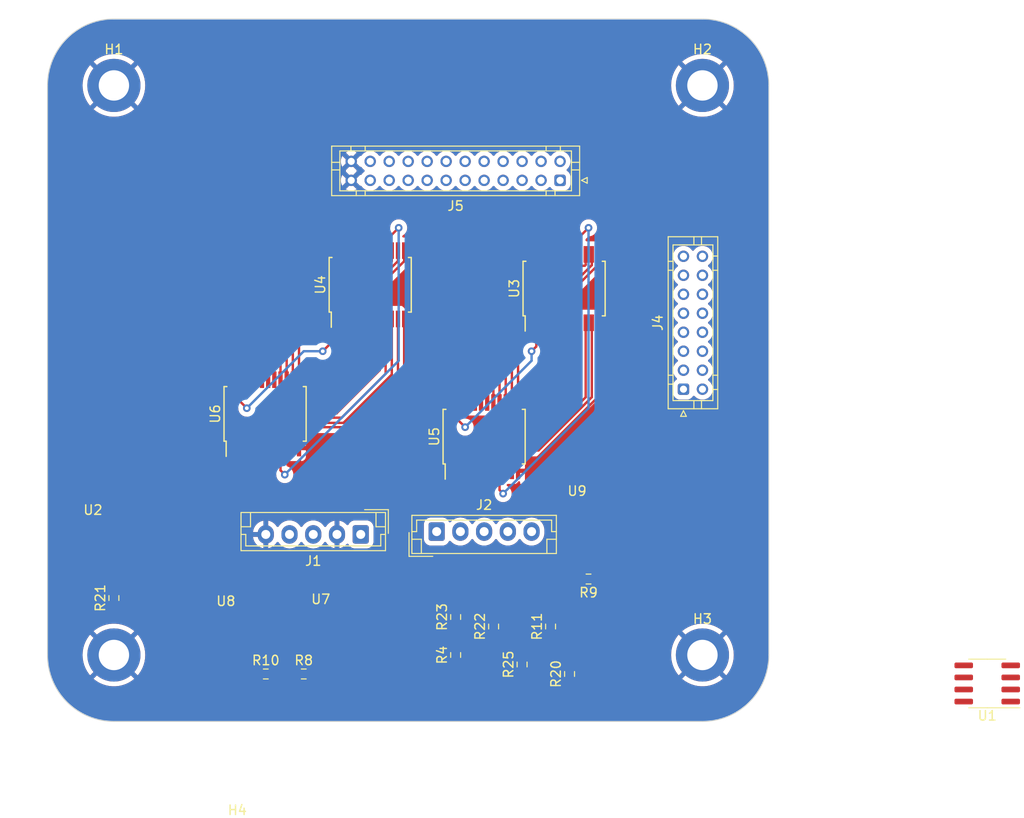
<source format=kicad_pcb>
(kicad_pcb (version 20221018) (generator pcbnew)
  (layers (0 "F.Cu" signal) (31 "B.Cu" signal) (34 "B.Paste" user) (35 "F.Paste" user) (36 "B.SilkS" user "B.Silkscreen") (37 "F.SilkS" user "F.Silkscreen") (38 "B.Mask" user) (39 "F.Mask" user) (44 "Edge.Cuts" user))
  (net 0 "")
  (net 1 "0")
  (net 2 "+5V")
  (net 3 "+12V")
  (net 4 "1-ENTREE")
  (net 5 "AOP0IN+")
  (net 6 "2-ENTREE")
  (net 9 "Net-(J4-Pin_1)")
  (net 10 "Net-(J4-Pin_2)")
  (net 11 "Net-(J4-Pin_3)")
  (net 12 "Net-(J4-Pin_4)")
  (net 13 "Net-(J4-Pin_5)")
  (net 14 "Net-(J4-Pin_6)")
  (net 15 "Net-(J4-Pin_7)")
  (net 16 "Net-(J4-Pin_8)")
  (net 17 "Net-(J4-Pin_9)")
  (net 18 "Net-(J4-Pin_10)")
  (net 19 "Net-(J4-Pin_11)")
  (net 20 "Net-(J4-Pin_12)")
  (net 21 "Net-(J4-Pin_13)")
  (net 22 "Net-(J4-Pin_14)")
  (net 23 "Net-(J4-Pin_15)")
  (net 24 "Net-(J4-Pin_16)")
  (net 26 "A1")
  (net 27 "B1")
  (net 28 "C1")
  (net 29 "D1")
  (net 30 "NE1")
  (net 41 "NE2")
  (net 42 "A2")
  (net 43 "B2")
  (net 44 "C2")
  (net 45 "D2")
  (net 46 "TRIOAOP1")
  (net 47 "Net-(R22-Pad1)")
  (net 48 "Net-(R23-Pad1)")
  (net 49 "Net-(U8A-+)")
  (net 50 "Net-(U7A-+)")
  (net 51 "Net-(U8A--)")
  (net 52 "Net-(U9A-+)")
  (net 53 "Net-(R20-Pad1)")
  (net 54 "Net-(U2A-+)")
  (net 56 "U1C2")
  (net 58 "-5V")
  (net 59 "AOP1")
  (net 60 "AOP2")
  (footprint "Package_SO:SSOP-24_5.3x8.2mm_P0.65mm" (layer "F.Cu") (at 213 87 90)
    (fp_text reference "U5")
    (fp_text value "CD74HC4067SM")
  )
  (footprint "Package_SO:SOIC-8_3.9x4.9mm_P1.27mm" (layer "F.Cu") (at 266 113 180)
    (fp_text reference "U1")
    (fp_text value "REF200AU")
  )
  (footprint "Package_SO:SSOP-24_5.3x8.2mm_P0.65mm" (layer "F.Cu") (at 189.925 84.6 90)
    (fp_text reference "U6")
    (fp_text value "CD74HC4067SM")
  )
  (footprint "Resistor_SMD:R_0603_1608Metric_Pad0.98x0.95mm_HandSolder" (layer "F.Cu") (at 190 112)
    (fp_text reference "R10")
    (fp_text value "10k")
  )
  (footprint "Package_SO:SSOP-24_5.3x8.2mm_P0.65mm" (layer "F.Cu") (at 221.425 71.4 90)
    (fp_text reference "U3")
    (fp_text value "CD74HC4067SM")
  )
  (footprint "CUSTOM:SO14" (layer "F.Cu") (at 201 105.4)
    (fp_text reference "U7")
    (fp_text value "TLC274")
  )
  (footprint "CUSTOM:SO14" (layer "F.Cu") (at 191 105.6)
    (fp_text reference "U8")
    (fp_text value "TLC274")
  )
  (footprint "MountingHole:MountingHole_3.2mm_M3_DIN965_Pad" (layer "F.Cu") (at 174 50)
    (fp_text reference "H1")
    (fp_text value "MountingHole_Pad")
  )
  (footprint "MountingHole:MountingHole_3.2mm_M3_DIN965_Pad" (layer "F.Cu") (at 236 110)
    (fp_text reference "H3")
    (fp_text value "MountingHole_Pad")
  )
  (footprint "Resistor_SMD:R_0603_1608Metric_Pad0.98x0.95mm_HandSolder" (layer "F.Cu") (at 214 107 90)
    (fp_text reference "R22")
    (fp_text value "1M")
  )
  (footprint "CUSTOM:SO14" (layer "F.Cu") (at 177 96)
    (fp_text reference "U2")
    (fp_text value "TLC274")
  )
  (footprint "MountingHole:MountingHole_3.2mm_M3_DIN965_Pad" (layer "F.Cu") (at 174 110)
    (fp_text reference "H4")
    (fp_text value "MountingHole_Pad")
  )
  (footprint "Resistor_SMD:R_0603_1608Metric_Pad0.98x0.95mm_HandSolder" (layer "F.Cu") (at 210 110 90)
    (fp_text reference "R4")
    (fp_text value "1M")
  )
  (footprint "CUSTOM:SO14" (layer "F.Cu") (at 228 94)
    (fp_text reference "U9")
    (fp_text value "TLC274")
  )
  (footprint "MountingHole:MountingHole_3.2mm_M3_DIN965_Pad" (layer "F.Cu") (at 236 50)
    (fp_text reference "H2")
    (fp_text value "MountingHole_Pad")
  )
  (footprint "Resistor_SMD:R_0603_1608Metric_Pad0.98x0.95mm_HandSolder" (layer "F.Cu") (at 224 102 180)
    (fp_text reference "R9")
    (fp_text value "10k")
  )
  (footprint "Resistor_SMD:R_0603_1608Metric_Pad0.98x0.95mm_HandSolder" (layer "F.Cu") (at 194 112)
    (fp_text reference "R8")
    (fp_text value "10k")
  )
  (footprint "Resistor_SMD:R_0603_1608Metric_Pad0.98x0.95mm_HandSolder" (layer "F.Cu") (at 174 104 90)
    (fp_text reference "R21")
    (fp_text value "200k")
  )
  (footprint "Connector_JST:JST_EH_B5B-EH-A_1x05_P2.50mm_Vertical" (layer "F.Cu") (at 208 97)
    (fp_text reference "J2")
    (fp_text value "Conn_01x05")
  )
  (footprint "Connector_JST:JST_PHD_B16B-PHDSS_2x08_P2.00mm_Vertical" (layer "F.Cu") (at 234 82 90)
    (fp_text reference "J4")
    (fp_text value "Conn_02x08_Top_Bottom")
  )
  (footprint "Connector_JST:JST_EH_B5B-EH-A_1x05_P2.50mm_Vertical" (layer "F.Cu") (at 200 97.3 180)
    (fp_text reference "J1")
    (fp_text value "Conn_01x05")
  )
  (footprint "Resistor_SMD:R_0603_1608Metric_Pad0.98x0.95mm_HandSolder" (layer "F.Cu") (at 210 106 90)
    (fp_text reference "R23")
    (fp_text value "1M")
  )
  (footprint "Resistor_SMD:R_0603_1608Metric_Pad0.98x0.95mm_HandSolder" (layer "F.Cu") (at 222 112 90)
    (fp_text reference "R20")
    (fp_text value "1M")
  )
  (footprint "Package_SO:SSOP-24_5.3x8.2mm_P0.65mm" (layer "F.Cu") (at 201 71 90)
    (fp_text reference "U4")
    (fp_text value "CD74HC4067SM")
  )
  (footprint "Resistor_SMD:R_0603_1608Metric_Pad0.98x0.95mm_HandSolder" (layer "F.Cu") (at 220 107 90)
    (fp_text reference "R11")
    (fp_text value "10k")
  )
  (footprint "Connector_JST:JST_PHD_B24B-PHDSS_2x12_P2.00mm_Vertical" (layer "F.Cu") (at 221 60 180)
    (fp_text reference "J5")
    (fp_text value "Conn_02x12_Top_Bottom")
  )
  (footprint "Resistor_SMD:R_0603_1608Metric_Pad0.98x0.95mm_HandSolder" (layer "F.Cu") (at 217 111 90)
    (fp_text reference "R25")
    (fp_text value "200k")
  )
  (gr_line (start 236 117) (end 174 117) (stroke (width 0.1)) (layer "Edge.Cuts"))
  (gr_arc (start 236 43) (mid 240.949747 45.050253) (end 243 50) (stroke (width 0.1)) (layer "Edge.Cuts"))
  (gr_line (start 167 110) (end 167 50) (stroke (width 0.1)) (layer "Edge.Cuts"))
  (gr_arc (start 174 117) (mid 169.050253 114.949747) (end 167 110) (stroke (width 0.1)) (layer "Edge.Cuts"))
  (gr_arc (start 167 50) (mid 169.050253 45.050253) (end 174 43) (stroke (width 0.1)) (layer "Edge.Cuts"))
  (gr_arc (start 243 110) (mid 240.949747 114.949747) (end 236 117) (stroke (width 0.1)) (layer "Edge.Cuts"))
  (gr_line (start 174 43) (end 236 43) (stroke (width 0.1)) (layer "Edge.Cuts"))
  (gr_line (start 243 50) (end 243 110) (stroke (width 0.1)) (layer "Edge.Cuts"))
  (segment (start 225 82.818376) (end 225 75) (width 0.25) (layer "F.Cu") (net 1))
  (segment (start 216.575 90.6) (end 217.218376 90.6) (width 0.25) (layer "F.Cu") (net 1))
  (segment (start 204.575 80.425) (end 204.575 74.6) (width 0.25) (layer "F.Cu") (net 1))
  (segment (start 217.218376 90.6) (end 225 82.818376) (width 0.25) (layer "F.Cu") (net 1))
  (segment (start 196.8 88.2) (end 204.575 80.425) (width 0.25) (layer "F.Cu") (net 1))
  (segment (start 193.5 88.2) (end 196.8 88.2) (width 0.25) (layer "F.Cu") (net 1))
  (segment (start 216.2 67.8) (end 217.85 67.8) (width 0.25) (layer "F.Cu") (net 2))
  (segment (start 209.425 83.4) (end 209.425 74.575) (width 0.25) (layer "F.Cu") (net 2))
  (segment (start 209.425 74.575) (end 216.2 67.8) (width 0.25) (layer "F.Cu") (net 2))
  (segment (start 186.35 76.65) (end 195.6 67.4) (width 0.25) (layer "F.Cu") (net 2))
  (segment (start 186.35 81) (end 186.35 76.65) (width 0.25) (layer "F.Cu") (net 2))
  (segment (start 195.6 67.4) (end 197.425 67.4) (width 0.25) (layer "F.Cu") (net 2))
  (segment (start 204 65) (end 202.625 66.375) (width 0.25) (layer "F.Cu") (net 9))
  (segment (start 224 65) (end 223.05 65.95) (width 0.25) (layer "F.Cu") (net 9))
  (segment (start 191.55 90.55) (end 192 91) (width 0.25) (layer "F.Cu") (net 9))
  (segment (start 214.625 90.6) (end 214.625 92.625) (width 0.25) (layer "F.Cu") (net 9))
  (segment (start 223.05 65.95) (end 223.05 67.8) (width 0.25) (layer "F.Cu") (net 9))
  (segment (start 191.55 88.2) (end 191.55 90.55) (width 0.25) (layer "F.Cu") (net 9))
  (segment (start 202.625 66.375) (end 202.625 67.4) (width 0.25) (layer "F.Cu") (net 9))
  (segment (start 214.625 92.625) (end 215 93) (width 0.25) (layer "F.Cu") (net 9))
  (via (at 224 65) (size 0.8) (drill 0.4) (layers "F.Cu" "B.Cu") (net 9))
  (via (at 215 93) (size 0.8) (drill 0.4) (layers "F.Cu" "B.Cu") (net 9))
  (via (at 192 91) (size 0.8) (drill 0.4) (layers "F.Cu" "B.Cu") (net 9))
  (via (at 204 65) (size 0.8) (drill 0.4) (layers "F.Cu" "B.Cu") (net 9))
  (segment (start 224 84) (end 224 65) (width 0.25) (layer "B.Cu") (net 9))
  (segment (start 192 91) (end 204 79) (width 0.25) (layer "B.Cu") (net 9))
  (segment (start 215 93) (end 224 84) (width 0.25) (layer "B.Cu") (net 9))
  (segment (start 204 79) (end 204 65) (width 0.25) (layer "B.Cu") (net 9))
  (segment (start 218.459188 87.45) (end 223.05 82.859188) (width 0.25) (layer "F.Cu") (net 10))
  (segment (start 223.05 82.859188) (end 223.05 75) (width 0.25) (layer "F.Cu") (net 10))
  (segment (start 190.9 88.2) (end 190.9 87.075) (width 0.25) (layer "F.Cu") (net 10))
  (segment (start 213.975 89.661396) (end 216.186396 87.45) (width 0.25) (layer "F.Cu") (net 10))
  (segment (start 216.186396 87.45) (end 218.459188 87.45) (width 0.25) (layer "F.Cu") (net 10))
  (segment (start 192.975 85) (end 198 85) (width 0.25) (layer "F.Cu") (net 10))
  (segment (start 213.975 90.6) (end 213.975 89.661396) (width 0.25) (layer "F.Cu") (net 10))
  (segment (start 202.625 80.375) (end 202.625 74.6) (width 0.25) (layer "F.Cu") (net 10))
  (segment (start 198 85) (end 202.625 80.375) (width 0.25) (layer "F.Cu") (net 10))
  (segment (start 190.9 87.075) (end 192.975 85) (width 0.25) (layer "F.Cu") (net 10))
  (segment (start 213.325 89.675) (end 216 87) (width 0.25) (layer "F.Cu") (net 11))
  (segment (start 202 80) (end 201.975 79.975) (width 0.25) (layer "F.Cu") (net 11))
  (segment (start 216 87) (end 218.272792 87) (width 0.25) (layer "F.Cu") (net 11))
  (segment (start 190.25 88.2) (end 190.25 87.088604) (width 0.25) (layer "F.Cu") (net 11))
  (segment (start 213.325 90.6) (end 213.325 89.675) (width 0.25) (layer "F.Cu") (net 11))
  (segment (start 190.25 87.088604) (end 192.788604 84.55) (width 0.25) (layer "F.Cu") (net 11))
  (segment (start 201.975 79.975) (end 201.975 74.6) (width 0.25) (layer "F.Cu") (net 11))
  (segment (start 218.272792 87) (end 222.4 82.872792) (width 0.25) (layer "F.Cu") (net 11))
  (segment (start 192.788604 84.55) (end 197.45 84.55) (width 0.25) (layer "F.Cu") (net 11))
  (segment (start 222.4 82.872792) (end 222.4 75) (width 0.25) (layer "F.Cu") (net 11))
  (segment (start 197.45 84.55) (end 202 80) (width 0.25) (layer "F.Cu") (net 11))
  (segment (start 221.55 82) (end 221.75 81.8) (width 0.25) (layer "F.Cu") (net 12))
  (segment (start 215.822792 86.45) (end 218.186396 86.45) (width 0.25) (layer "F.Cu") (net 12))
  (segment (start 197 84) (end 201.425 79.575) (width 0.25) (layer "F.Cu") (net 12))
  (segment (start 218.186396 86.45) (end 221.55 83.086396) (width 0.25) (layer "F.Cu") (net 12))
  (segment (start 189.6 87.075) (end 192.675 84) (width 0.25) (layer "F.Cu") (net 12))
  (segment (start 192.675 84) (end 197 84) (width 0.25) (layer "F.Cu") (net 12))
  (segment (start 201.425 74.7) (end 201.325 74.6) (width 0.25) (layer "F.Cu") (net 12))
  (segment (start 201.425 79.575) (end 201.425 74.7) (width 0.25) (layer "F.Cu") (net 12))
  (segment (start 221.55 83.086396) (end 221.55 82) (width 0.25) (layer "F.Cu") (net 12))
  (segment (start 212.675 89.597792) (end 215.822792 86.45) (width 0.25) (layer "F.Cu") (net 12))
  (segment (start 212.675 90.6) (end 212.675 89.597792) (width 0.25) (layer "F.Cu") (net 12))
  (segment (start 189.6 88.2) (end 189.6 87.075) (width 0.25) (layer "F.Cu") (net 12))
  (segment (start 221.75 81.8) (end 221.75 75) (width 0.25) (layer "F.Cu") (net 12))
  (segment (start 200.775 74.7) (end 200.675 74.6) (width 0.25) (layer "F.Cu") (net 13))
  (segment (start 215.636396 86) (end 218 86) (width 0.25) (layer "F.Cu") (net 13))
  (segment (start 188.95 87.075) (end 192.475 83.55) (width 0.25) (layer "F.Cu") (net 13))
  (segment (start 221.1 82.9) (end 221.1 75) (width 0.25) (layer "F.Cu") (net 13))
  (segment (start 192.475 83.55) (end 196.813604 83.55) (width 0.25) (layer "F.Cu") (net 13))
  (segment (start 196.813604 83.55) (end 200.775 79.588604) (width 0.25) (layer "F.Cu") (net 13))
  (segment (start 188.95 88.2) (end 188.95 87.075) (width 0.25) (layer "F.Cu") (net 13))
  (segment (start 218 86) (end 221.1 82.9) (width 0.25) (layer "F.Cu") (net 13))
  (segment (start 200.775 79.588604) (end 200.775 74.7) (width 0.25) (layer "F.Cu") (net 13))
  (segment (start 212.025 90.6) (end 212.025 89.611396) (width 0.25) (layer "F.Cu") (net 13))
  (segment (start 212.025 89.611396) (end 215.636396 86) (width 0.25) (layer "F.Cu") (net 13))
  (segment (start 211.375 90.6) (end 211.375 89.625) (width 0.25) (layer "F.Cu") (net 14))
  (segment (start 220.45 81.9) (end 220.45 75) (width 0.25) (layer "F.Cu") (net 14))
  (segment (start 196.627208 83.1) (end 200 79.727208) (width 0.25) (layer "F.Cu") (net 14))
  (segment (start 217.454594 85.543198) (end 220.35 82.647792) (width 0.25) (layer "F.Cu") (net 14))
  (segment (start 192.275 83.1) (end 196.627208 83.1) (width 0.25) (layer "F.Cu") (net 14))
  (segment (start 200 74.625) (end 200.025 74.6) (width 0.25) (layer "F.Cu") (net 14))
  (segment (start 215.456802 85.543198) (end 217.454594 85.543198) (width 0.25) (layer "F.Cu") (net 14))
  (segment (start 211.375 89.625) (end 215.456802 85.543198) (width 0.25) (layer "F.Cu") (net 14))
  (segment (start 188.3 88.2) (end 188.3 87.075) (width 0.25) (layer "F.Cu") (net 14))
  (segment (start 200 79.727208) (end 200 74.625) (width 0.25) (layer "F.Cu") (net 14))
  (segment (start 220.35 82) (end 220.45 81.9) (width 0.25) (layer "F.Cu") (net 14))
  (segment (start 220.35 82.647792) (end 220.35 82) (width 0.25) (layer "F.Cu") (net 14))
  (segment (start 188.3 87.075) (end 192.275 83.1) (width 0.25) (layer "F.Cu") (net 14))
  (segment (start 196.35 82.65) (end 199.375 79.625) (width 0.25) (layer "F.Cu") (net 15))
  (segment (start 210.725 89.461396) (end 215.093198 85.093198) (width 0.25) (layer "F.Cu") (net 15))
  (segment (start 187.65 87.088604) (end 192.088604 82.65) (width 0.25) (layer "F.Cu") (net 15))
  (segment (start 217.268198 85.093198) (end 219.9 82.461396) (width 0.25) (layer "F.Cu") (net 15))
  (segment (start 219.9 82.461396) (end 219.9 75) (width 0.25) (layer "F.Cu") (net 15))
  (segment (start 187.65 88.2) (end 187.65 87.088604) (width 0.25) (layer "F.Cu") (net 15))
  (segment (start 219.9 75) (end 219.8 75) (width 0.25) (layer "F.Cu") (net 15))
  (segment (start 192.088604 82.65) (end 196.35 82.65) (width 0.25) (layer "F.Cu") (net 15))
  (segment (start 199.375 79.625) (end 199.375 74.6) (width 0.25) (layer "F.Cu") (net 15))
  (segment (start 210.725 90.6) (end 210.725 89.461396) (width 0.25) (layer "F.Cu") (net 15))
  (segment (start 215.093198 85.093198) (end 217.268198 85.093198) (width 0.25) (layer "F.Cu") (net 15))
  (segment (start 191.875 82.2) (end 196.163604 82.2) (width 0.25) (layer "F.Cu") (net 16))
  (segment (start 218 83.725) (end 218 83) (width 0.25) (layer "F.Cu") (net 16))
  (segment (start 187 87.075) (end 191.875 82.2) (width 0.25) (layer "F.Cu") (net 16))
  (segment (start 219.15 81.85) (end 219.15 75) (width 0.25) (layer "F.Cu") (net 16))
  (segment (start 210.075 90.6) (end 210.075 89.475) (width 0.25) (layer "F.Cu") (net 16))
  (segment (start 198.725 79.638604) (end 198.725 74.6) (width 0.25) (layer "F.Cu") (net 16))
  (segment (start 196.163604 82.2) (end 198.725 79.638604) (width 0.25) (layer "F.Cu") (net 16))
  (segment (start 218 83) (end 219.15 81.85) (width 0.25) (layer "F.Cu") (net 16))
  (segment (start 187 88.2) (end 187 87.075) (width 0.25) (layer "F.Cu") (net 16))
  (segment (start 210.075 89.475) (end 214.95 84.6) (width 0.25) (layer "F.Cu") (net 16))
  (segment (start 217.125 84.6) (end 218 83.725) (width 0.25) (layer "F.Cu") (net 16))
  (segment (start 214.95 84.6) (end 217.125 84.6) (width 0.25) (layer "F.Cu") (net 16))
  (segment (start 198 76) (end 198 74.675) (width 0.25) (layer "F.Cu") (net 17))
  (segment (start 210.075 85.075) (end 211 86) (width 0.25) (layer "F.Cu") (net 17))
  (segment (start 198 74.675) (end 198.075 74.6) (width 0.25) (layer "F.Cu") (net 17))
  (segment (start 196 78) (end 198 76) (width 0.25) (layer "F.Cu") (net 17))
  (segment (start 187 83) (end 188 84) (width 0.25) (layer "F.Cu") (net 17))
  (segment (start 218.5 77.5) (end 218.5 75) (width 0.25) (layer "F.Cu") (net 17))
  (segment (start 210.075 83.4) (end 210.075 85.075) (width 0.25) (layer "F.Cu") (net 17))
  (segment (start 187 81) (end 187 83) (width 0.25) (layer "F.Cu") (net 17))
  (segment (start 218 78) (end 218.5 77.5) (width 0.25) (layer "F.Cu") (net 17))
  (via (at 188 84) (size 0.8) (drill 0.4) (layers "F.Cu" "B.Cu") (net 17))
  (via (at 211 86) (size 0.8) (drill 0.4) (layers "F.Cu" "B.Cu") (net 17))
  (via (at 218 78) (size 0.8) (drill 0.4) (layers "F.Cu" "B.Cu") (net 17))
  (via (at 196 78) (size 0.8) (drill 0.4) (layers "F.Cu" "B.Cu") (net 17))
  (segment (start 218 79) (end 218 78) (width 0.25) (layer "B.Cu") (net 17))
  (segment (start 211 86) (end 218 79) (width 0.25) (layer "B.Cu") (net 17))
  (segment (start 188 84) (end 194 78) (width 0.25) (layer "B.Cu") (net 17))
  (segment (start 194 78) (end 196 78) (width 0.25) (layer "B.Cu") (net 17))
  (segment (start 218.4 69) (end 218.5 68.9) (width 0.25) (layer "F.Cu") (net 18))
  (segment (start 215.818198 69) (end 218.4 69) (width 0.25) (layer "F.Cu") (net 18))
  (segment (start 194.636396 69) (end 197.575 69) (width 0.25) (layer "F.Cu") (net 18))
  (segment (start 187.65 75.986396) (end 194.636396 69) (width 0.25) (layer "F.Cu") (net 18))
  (segment (start 187.65 81) (end 187.65 75.986396) (width 0.25) (layer "F.Cu") (net 18))
  (segment (start 197.575 69) (end 198.075 68.5) (width 0.25) (layer "F.Cu") (net 18))
  (segment (start 198.075 68.5) (end 198.075 67.4) (width 0.25) (layer "F.Cu") (net 18))
  (segment (start 210.725 83.4) (end 210.725 74.093198) (width 0.25) (layer "F.Cu") (net 18))
  (segment (start 218.5 68.9) (end 218.5 67.8) (width 0.25) (layer "F.Cu") (net 18))
  (segment (start 210.725 74.093198) (end 215.818198 69) (width 0.25) (layer "F.Cu") (net 18))
  (segment (start 188.1 79.675) (end 188.1 76.172792) (width 0.25) (layer "F.Cu") (net 19))
  (segment (start 197.8 69.45) (end 198.725 68.525) (width 0.25) (layer "F.Cu") (net 19))
  (segment (start 211.375 74.079594) (end 216.004594 69.45) (width 0.25) (layer "F.Cu") (net 19))
  (segment (start 218.611396 69.45) (end 219.15 68.911396) (width 0.25) (layer "F.Cu") (net 19))
  (segment (start 211.375 83.4) (end 211.375 74.079594) (width 0.25) (layer "F.Cu") (net 19))
  (segment (start 198.725 68.525) (end 198.725 67.4) (width 0.25) (layer "F.Cu") (net 19))
  (segment (start 188.1 76.172792) (end 194.822792 69.45) (width 0.25) (layer "F.Cu") (net 19))
  (segment (start 219.15 68.911396) (end 219.15 67.8) (width 0.25) (layer "F.Cu") (net 19))
  (segment (start 188.3 79.875) (end 188.1 79.675) (width 0.25) (layer "F.Cu") (net 19))
  (segment (start 188.3 81) (end 188.3 79.875) (width 0.25) (layer "F.Cu") (net 19))
  (segment (start 194.822792 69.45) (end 197.8 69.45) (width 0.25) (layer "F.Cu") (net 19))
  (segment (start 216.004594 69.45) (end 218.611396 69.45) (width 0.25) (layer "F.Cu") (net 19))
  (segment (start 195 70) (end 197.9 70) (width 0.25) (layer "F.Cu") (net 20))
  (segment (start 216.19099 69.9) (end 218.797792 69.9) (width 0.25) (layer "F.Cu") (net 20))
  (segment (start 212.025 83.4) (end 212.025 74.06599) (width 0.25) (layer "F.Cu") (net 20))
  (segment (start 212.025 74.06599) (end 216.19099 69.9) (width 0.25) (layer "F.Cu") (net 20))
  (segment (start 188.95 76.05) (end 195 70) (width 0.25) (layer "F.Cu") (net 20))
  (segment (start 188.95 81) (end 188.95 76.05) (width 0.25) (layer "F.Cu") (net 20))
  (segment (start 219.8 68.897792) (end 219.8 67.8) (width 0.25) (layer "F.Cu") (net 20))
  (segment (start 197.9 70) (end 199.375 68.525) (width 0.25) (layer "F.Cu") (net 20))
  (segment (start 218.797792 69.9) (end 219.8 68.897792) (width 0.25) (layer "F.Cu") (net 20))
  (segment (start 199.375 68.525) (end 199.375 67.4) (width 0.25) (layer "F.Cu") (net 20))
  (segment (start 195.55 70.45) (end 198.086396 70.45) (width 0.25) (layer "F.Cu") (net 21))
  (segment (start 200 67.425) (end 200.025 67.4) (width 0.25) (layer "F.Cu") (net 21))
  (segment (start 212.675 74.052386) (end 216.377386 70.35) (width 0.25) (layer "F.Cu") (net 21))
  (segment (start 219 70.35) (end 220.45 68.9) (width 0.25) (layer "F.Cu") (net 21))
  (segment (start 200 68.536396) (end 200 67.425) (width 0.25) (layer "F.Cu") (net 21))
  (segment (start 189.6 76.4) (end 195.55 70.45) (width 0.25) (layer "F.Cu") (net 21))
  (segment (start 216.377386 70.35) (end 219 70.35) (width 0.25) (layer "F.Cu") (net 21))
  (segment (start 220.45 68.9) (end 220.45 67.8) (width 0.25) (layer "F.Cu") (net 21))
  (segment (start 212.675 83.4) (end 212.675 74.052386) (width 0.25) (layer "F.Cu") (net 21))
  (segment (start 189.6 81) (end 189.6 76.4) (width 0.25) (layer "F.Cu") (net 21))
  (segment (start 198.086396 70.45) (end 200 68.536396) (width 0.25) (layer "F.Cu") (net 21))
  (segment (start 219.2 70.8) (end 221.1 68.9) (width 0.25) (layer "F.Cu") (net 22))
  (segment (start 190.25 76.386396) (end 195.636396 71) (width 0.25) (layer "F.Cu") (net 22))
  (segment (start 213.325 74.038782) (end 216.563782 70.8) (width 0.25) (layer "F.Cu") (net 22))
  (segment (start 221.1 68.9) (end 221.1 67.8) (width 0.25) (layer "F.Cu") (net 22))
  (segment (start 213.325 83.4) (end 213.325 74.038782) (width 0.25) (layer "F.Cu") (net 22))
  (segment (start 198.2 71) (end 200.675 68.525) (width 0.25) (layer "F.Cu") (net 22))
  (segment (start 200.675 68.525) (end 200.675 67.4) (width 0.25) (layer "F.Cu") (net 22))
  (segment (start 190.25 81) (end 190.25 76.386396) (width 0.25) (layer "F.Cu") (net 22))
  (segment (start 216.563782 70.8) (end 219.2 70.8) (width 0.25) (layer "F.Cu") (net 22))
  (segment (start 195.636396 71) (end 198.2 71) (width 0.25) (layer "F.Cu") (net 22))
  (segment (start 221.75 68.925) (end 221.75 67.8) (width 0.25) (layer "F.Cu") (net 23))
  (segment (start 190.9 76.372792) (end 195.822792 71.45) (width 0.25) (layer "F.Cu") (net 23))
  (segment (start 213.975 83.4) (end 213.975 74.025) (width 0.25) (layer "F.Cu") (net 23))
  (segment (start 201.325 68.511396) (end 201.325 67.4) (width 0.25) (layer "F.Cu") (net 23))
  (segment (start 216.75 71.25) (end 219.425 71.25) (width 0.25) (layer "F.Cu") (net 23))
  (segment (start 219.425 71.25) (end 221.75 68.925) (width 0.25) (layer "F.Cu") (net 23))
  (segment (start 190.9 81) (end 190.9 76.372792) (width 0.25) (layer "F.Cu") (net 23))
  (segment (start 195.822792 71.45) (end 198.386396 71.45) (width 0.25) (layer "F.Cu") (net 23))
  (segment (start 213.975 74.025) (end 216.75 71.25) (width 0.25) (layer "F.Cu") (net 23))
  (segment (start 198.386396 71.45) (end 201.325 68.511396) (width 0.25) (layer "F.Cu") (net 23))
  (segment (start 198.475 72) (end 201.975 68.5) (width 0.25) (layer "F.Cu") (net 24))
  (segment (start 216.936396 71.7) (end 219.611396 71.7) (width 0.25) (layer "F.Cu") (net 24))
  (segment (start 214.625 83.4) (end 214.625 74.011396) (width 0.25) (layer "F.Cu") (net 24))
  (segment (start 201.975 68.5) (end 201.975 67.4) (width 0.25) (layer "F.Cu") (net 24))
  (segment (start 196 72) (end 198.475 72) (width 0.25) (layer "F.Cu") (net 24))
  (segment (start 214.625 74.011396) (end 216.936396 71.7) (width 0.25) (layer "F.Cu") (net 24))
  (segment (start 191.55 81) (end 191.55 76.45) (width 0.25) (layer "F.Cu") (net 24))
  (segment (start 219.611396 71.7) (end 222.4 68.911396) (width 0.25) (layer "F.Cu") (net 24))
  (segment (start 222.4 68.911396) (end 222.4 67.8) (width 0.25) (layer "F.Cu") (net 24))
  (segment (start 191.55 76.45) (end 196 72) (width 0.25) (layer "F.Cu") (net 24))
  (segment (start 215.275 88.997792) (end 216.372792 87.9) (width 0.25) (layer "F.Cu") (net 26))
  (segment (start 218.645584 87.9) (end 223.7 82.845584) (width 0.25) (layer "F.Cu") (net 26))
  (segment (start 223.7 82.845584) (end 223.7 75) (width 0.25) (layer "F.Cu") (net 26))
  (segment (start 216.372792 87.9) (end 218.645584 87.9) (width 0.25) (layer "F.Cu") (net 26))
  (segment (start 215.275 90.6) (end 215.275 88.997792) (width 0.25) (layer "F.Cu") (net 26))
  (segment (start 224.35 82.83198) (end 224.35 75) (width 0.25) (layer "F.Cu") (net 27))
  (segment (start 215.925 90.6) (end 215.925 88.984188) (width 0.25) (layer "F.Cu") (net 27))
  (segment (start 216.454594 88.454594) (end 218.727386 88.454594) (width 0.25) (layer "F.Cu") (net 27))
  (segment (start 215.925 88.984188) (end 216.454594 88.454594) (width 0.25) (layer "F.Cu") (net 27))
  (segment (start 218.727386 88.454594) (end 224.35 82.83198) (width 0.25) (layer "F.Cu") (net 27))
  (segment (start 224.35 68.925) (end 224.35 67.8) (width 0.25) (layer "F.Cu") (net 28))
  (segment (start 217.4 72.6) (end 219.984188 72.6) (width 0.25) (layer "F.Cu") (net 28))
  (segment (start 215.925 76.925) (end 215.725 76.725) (width 0.25) (layer "F.Cu") (net 28))
  (segment (start 215.725 76.725) (end 215.725 74.275) (width 0.25) (layer "F.Cu") (net 28))
  (segment (start 221.292094 71.292094) (end 221.982906 71.292094) (width 0.25) (layer "F.Cu") (net 28))
  (segment (start 221.982906 71.292094) (end 224.35 68.925) (width 0.25) (layer "F.Cu") (net 28))
  (segment (start 215.725 74.275) (end 217.4 72.6) (width 0.25) (layer "F.Cu") (net 28))
  (segment (start 219.984188 72.6) (end 221.292094 71.292094) (width 0.25) (layer "F.Cu") (net 28))
  (segment (start 215.925 83.4) (end 215.925 76.925) (width 0.25) (layer "F.Cu") (net 28))
  (segment (start 225 68.911396) (end 225 67.8) (width 0.25) (layer "F.Cu") (net 29))
  (segment (start 220.170584 73.05) (end 221.110292 72.110292) (width 0.25) (layer "F.Cu") (net 29))
  (segment (start 218.05 73.05) (end 220.170584 73.05) (width 0.25) (layer "F.Cu") (net 29))
  (segment (start 221.110292 72.110292) (end 221.801104 72.110292) (width 0.25) (layer "F.Cu") (net 29))
  (segment (start 221.801104 72.110292) (end 225 68.911396) (width 0.25) (layer "F.Cu") (net 29))
  (segment (start 216.575 83.4) (end 216.575 74.525) (width 0.25) (layer "F.Cu") (net 29))
  (segment (start 216.575 74.525) (end 218.05 73.05) (width 0.25) (layer "F.Cu") (net 29))
  (segment (start 222 70) (end 223 69) (width 0.25) (layer "F.Cu") (net 30))
  (segment (start 215.275 73.997792) (end 217.122792 72.15) (width 0.25) (layer "F.Cu") (net 30))
  (segment (start 221.947792 70) (end 222 70) (width 0.25) (layer "F.Cu") (net 30))
  (segment (start 223 69) (end 223.6 69) (width 0.25) (layer "F.Cu") (net 30))
  (segment (start 223.7 68.9) (end 223.7 67.8) (width 0.25) (layer "F.Cu") (net 30))
  (segment (start 217.122792 72.15) (end 219.797792 72.15) (width 0.25) (layer "F.Cu") (net 30))
  (segment (start 223.6 69) (end 223.7 68.9) (width 0.25) (layer "F.Cu") (net 30))
  (segment (start 215.275 83.4) (end 215.275 73.997792) (width 0.25) (layer "F.Cu") (net 30))
  (segment (start 219.797792 72.15) (end 221.947792 70) (width 0.25) (layer "F.Cu") (net 30))
  (segment (start 196.186396 72.45) (end 198.661396 72.45) (width 0.25) (layer "F.Cu") (net 41))
  (segment (start 198.661396 72.45) (end 202.055698 69.055698) (width 0.25) (layer "F.Cu") (net 41))
  (segment (start 192.2 81) (end 192.2 76.436396) (width 0.25) (layer "F.Cu") (net 41))
  (segment (start 192.2 76.436396) (end 196.186396 72.45) (width 0.25) (layer "F.Cu") (net 41))
  (segment (start 203.275 68.5) (end 203.275 67.4) (width 0.25) (layer "F.Cu") (net 41))
  (segment (start 202.719302 69.055698) (end 203.275 68.5) (width 0.25) (layer "F.Cu") (net 41))
  (segment (start 202.055698 69.055698) (end 202.719302 69.055698) (width 0.25) (layer "F.Cu") (net 41))
  (segment (start 203.275 80.452208) (end 203.275 74.6) (width 0.25) (layer "F.Cu") (net 42))
  (segment (start 192.2 88.2) (end 192.2 87.075) (width 0.25) (layer "F.Cu") (net 42))
  (segment (start 193.725 85.55) (end 198.177208 85.55) (width 0.25) (layer "F.Cu") (net 42))
  (segment (start 198.177208 85.55) (end 203.275 80.452208) (width 0.25) (layer "F.Cu") (net 42))
  (segment (start 192.2 87.075) (end 193.725 85.55) (width 0.25) (layer "F.Cu") (net 42))
  (segment (start 192.85 87.075) (end 193.925 86) (width 0.25) (layer "F.Cu") (net 43))
  (segment (start 193.925 86) (end 198.363604 86) (width 0.25) (layer "F.Cu") (net 43))
  (segment (start 198.363604 86) (end 203.925 80.438604) (width 0.25) (layer "F.Cu") (net 43))
  (segment (start 192.85 88.2) (end 192.85 87.075) (width 0.25) (layer "F.Cu") (net 43))
  (segment (start 203.925 80.438604) (end 203.925 74.6) (width 0.25) (layer "F.Cu") (net 43))
  (segment (start 192.85 81) (end 192.85 76.422792) (width 0.25) (layer "F.Cu") (net 44))
  (segment (start 202.551104 69.873896) (end 203.925 68.5) (width 0.25) (layer "F.Cu") (net 44))
  (segment (start 201.873896 69.873896) (end 202.551104 69.873896) (width 0.25) (layer "F.Cu") (net 44))
  (segment (start 198.847792 72.9) (end 201.873896 69.873896) (width 0.25) (layer "F.Cu") (net 44))
  (segment (start 203.925 68.5) (end 203.925 67.4) (width 0.25) (layer "F.Cu") (net 44))
  (segment (start 192.85 76.422792) (end 196.372792 72.9) (width 0.25) (layer "F.Cu") (net 44))
  (segment (start 196.372792 72.9) (end 198.847792 72.9) (width 0.25) (layer "F.Cu") (net 44))
  (segment (start 193.5 81) (end 193.5 76.5) (width 0.25) (layer "F.Cu") (net 45))
  (segment (start 199.75 73.35) (end 204.575 68.525) (width 0.25) (layer "F.Cu") (net 45))
  (segment (start 196.65 73.35) (end 199.75 73.35) (width 0.25) (layer "F.Cu") (net 45))
  (segment (start 193.5 76.5) (end 196.65 73.35) (width 0.25) (layer "F.Cu") (net 45))
  (segment (start 204.575 68.525) (end 204.575 67.4) (width 0.25) (layer "F.Cu") (net 45))
  (segment (start 189.0875 112) (end 187.19 110.1025) (width 0.25) (layer "F.Cu") (net 46))
  (segment (start 187.19 110.1025) (end 187.19 108.2) (width 0.25) (layer "F.Cu") (net 46))
  (segment (start 193.0875 112) (end 190.9125 112) (width 0.25) (layer "F.Cu") (net 49))
  (segment (start 190.9125 112) (end 189.73 110.8175) (width 0.25) (layer "F.Cu") (net 49))
  (segment (start 189.73 110.8175) (end 189.73 108.2) (width 0.25) (layer "F.Cu") (net 49))
  (segment (start 195 112) (end 197.19 109.81) (width 0.25) (layer "F.Cu") (net 50))
  (segment (start 197.19 109.81) (end 197.19 108) (width 0.25) (layer "F.Cu") (net 50))
  (segment (start 194.9125 112) (end 195 112) (width 0.25) (layer "F.Cu") (net 50))
  (zone (net 1) (net_name "0") (layer "F.Cu") (connect_pads (clearance 0.5)) (min_thickness 0.25) (fill yes (thermal_gap 0.5) (thermal_bridge_width 0.5))
    (polygon (pts (xy 162 41) (xy 253 41) (xy 253 123) (xy 162 123)))
  )
  (zone (net 1) (net_name "0") (layer "B.Cu") (priority 1) (connect_pads (clearance 0.5)) (min_thickness 0.25) (fill yes (thermal_gap 0.5) (thermal_bridge_width 0.5))
    (polygon (pts (xy 162 41) (xy 253 41) (xy 253 123) (xy 162 123)))
  )
)
</source>
